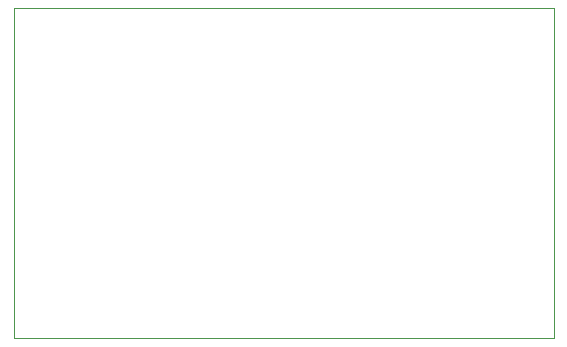
<source format=gm1>
G04 #@! TF.GenerationSoftware,KiCad,Pcbnew,(5.1.2)-1*
G04 #@! TF.CreationDate,2020-02-23T20:15:25-05:00*
G04 #@! TF.ProjectId,telemetry_receiver,74656c65-6d65-4747-9279-5f7265636569,rev?*
G04 #@! TF.SameCoordinates,Original*
G04 #@! TF.FileFunction,Profile,NP*
%FSLAX46Y46*%
G04 Gerber Fmt 4.6, Leading zero omitted, Abs format (unit mm)*
G04 Created by KiCad (PCBNEW (5.1.2)-1) date 2020-02-23 20:15:25*
%MOMM*%
%LPD*%
G04 APERTURE LIST*
%ADD10C,0.050000*%
G04 APERTURE END LIST*
D10*
X152730200Y-102500000D02*
X107010200Y-102514400D01*
X152730200Y-74560000D02*
X152730200Y-102500000D01*
X107010200Y-74560000D02*
X152730200Y-74560000D01*
X107010200Y-102514400D02*
X107010200Y-74560000D01*
M02*

</source>
